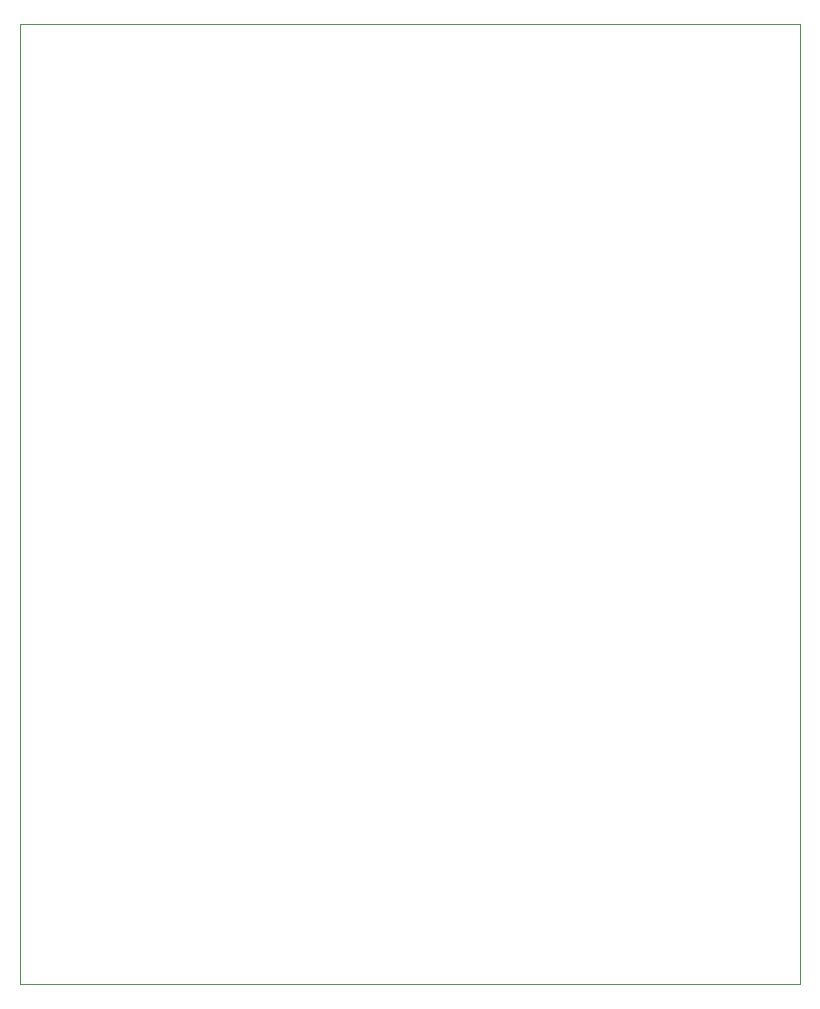
<source format=gm1>
%TF.GenerationSoftware,KiCad,Pcbnew,(6.0.1)*%
%TF.CreationDate,2022-02-04T17:29:07+01:00*%
%TF.ProjectId,carte_kicad_F303K8,63617274-655f-46b6-9963-61645f463330,rev?*%
%TF.SameCoordinates,Original*%
%TF.FileFunction,Profile,NP*%
%FSLAX46Y46*%
G04 Gerber Fmt 4.6, Leading zero omitted, Abs format (unit mm)*
G04 Created by KiCad (PCBNEW (6.0.1)) date 2022-02-04 17:29:07*
%MOMM*%
%LPD*%
G01*
G04 APERTURE LIST*
%TA.AperFunction,Profile*%
%ADD10C,0.100000*%
%TD*%
G04 APERTURE END LIST*
D10*
X83820000Y-55880000D02*
X149860000Y-55880000D01*
X149860000Y-55880000D02*
X149860000Y-137160000D01*
X149860000Y-137160000D02*
X83820000Y-137160000D01*
X83820000Y-137160000D02*
X83820000Y-55880000D01*
M02*

</source>
